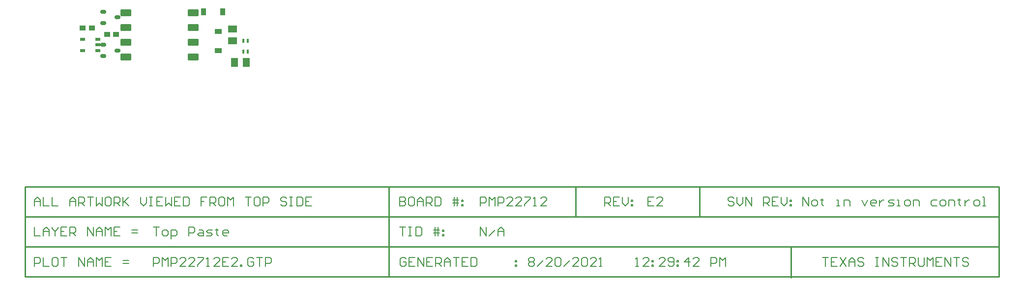
<source format=gtp>
G04*
G04 #@! TF.GenerationSoftware,Altium Limited,Altium Designer,21.6.1 (37)*
G04*
G04 Layer_Color=8421504*
%FSAX44Y44*%
%MOMM*%
G71*
G04*
G04 #@! TF.SameCoordinates,618BDD94-0BF2-4233-98CF-319708F98917*
G04*
G04*
G04 #@! TF.FilePolarity,Positive*
G04*
G01*
G75*
%ADD15C,0.2032*%
%ADD17C,0.2540*%
G04:AMPARAMS|DCode=18|XSize=0.75mm|YSize=0.4mm|CornerRadius=0.05mm|HoleSize=0mm|Usage=FLASHONLY|Rotation=270.000|XOffset=0mm|YOffset=0mm|HoleType=Round|Shape=RoundedRectangle|*
%AMROUNDEDRECTD18*
21,1,0.7500,0.3000,0,0,270.0*
21,1,0.6500,0.4000,0,0,270.0*
1,1,0.1000,-0.1500,-0.3250*
1,1,0.1000,-0.1500,0.3250*
1,1,0.1000,0.1500,0.3250*
1,1,0.1000,0.1500,-0.3250*
%
%ADD18ROUNDEDRECTD18*%
%ADD19R,1.2700X1.6002*%
%ADD20R,1.6002X1.2700*%
G04:AMPARAMS|DCode=21|XSize=0.9144mm|YSize=1.2192mm|CornerRadius=0.0503mm|HoleSize=0mm|Usage=FLASHONLY|Rotation=180.000|XOffset=0mm|YOffset=0mm|HoleType=Round|Shape=RoundedRectangle|*
%AMROUNDEDRECTD21*
21,1,0.9144,1.1186,0,0,180.0*
21,1,0.8138,1.2192,0,0,180.0*
1,1,0.1006,-0.4069,0.5593*
1,1,0.1006,0.4069,0.5593*
1,1,0.1006,0.4069,-0.5593*
1,1,0.1006,-0.4069,-0.5593*
%
%ADD21ROUNDEDRECTD21*%
G04:AMPARAMS|DCode=22|XSize=0.9144mm|YSize=1.2192mm|CornerRadius=0.0503mm|HoleSize=0mm|Usage=FLASHONLY|Rotation=270.000|XOffset=0mm|YOffset=0mm|HoleType=Round|Shape=RoundedRectangle|*
%AMROUNDEDRECTD22*
21,1,0.9144,1.1186,0,0,270.0*
21,1,0.8138,1.2192,0,0,270.0*
1,1,0.1006,-0.5593,-0.4069*
1,1,0.1006,-0.5593,0.4069*
1,1,0.1006,0.5593,0.4069*
1,1,0.1006,0.5593,-0.4069*
%
%ADD22ROUNDEDRECTD22*%
G04:AMPARAMS|DCode=23|XSize=1.82mm|YSize=1.12mm|CornerRadius=0.0504mm|HoleSize=0mm|Usage=FLASHONLY|Rotation=0.000|XOffset=0mm|YOffset=0mm|HoleType=Round|Shape=RoundedRectangle|*
%AMROUNDEDRECTD23*
21,1,1.8200,1.0192,0,0,0.0*
21,1,1.7192,1.1200,0,0,0.0*
1,1,0.1008,0.8596,-0.5096*
1,1,0.1008,-0.8596,-0.5096*
1,1,0.1008,-0.8596,0.5096*
1,1,0.1008,0.8596,0.5096*
%
%ADD23ROUNDEDRECTD23*%
G04:AMPARAMS|DCode=24|XSize=0.55mm|YSize=0.8mm|CornerRadius=0.0495mm|HoleSize=0mm|Usage=FLASHONLY|Rotation=270.000|XOffset=0mm|YOffset=0mm|HoleType=Round|Shape=RoundedRectangle|*
%AMROUNDEDRECTD24*
21,1,0.5500,0.7010,0,0,270.0*
21,1,0.4510,0.8000,0,0,270.0*
1,1,0.0990,-0.3505,-0.2255*
1,1,0.0990,-0.3505,0.2255*
1,1,0.0990,0.3505,0.2255*
1,1,0.0990,0.3505,-0.2255*
%
%ADD24ROUNDEDRECTD24*%
G04:AMPARAMS|DCode=25|XSize=0.6mm|YSize=1mm|CornerRadius=0.15mm|HoleSize=0mm|Usage=FLASHONLY|Rotation=90.000|XOffset=0mm|YOffset=0mm|HoleType=Round|Shape=RoundedRectangle|*
%AMROUNDEDRECTD25*
21,1,0.6000,0.7000,0,0,90.0*
21,1,0.3000,1.0000,0,0,90.0*
1,1,0.3000,0.3500,0.1500*
1,1,0.3000,0.3500,-0.1500*
1,1,0.3000,-0.3500,-0.1500*
1,1,0.3000,-0.3500,0.1500*
%
%ADD25ROUNDEDRECTD25*%
%ADD26R,1.0000X0.9500*%
G54D15*
X00322326Y00186814D02*
X00332483D01*
X00327404D01*
Y00171579D01*
X00340100D02*
X00345179D01*
X00347718Y00174118D01*
Y00179196D01*
X00345179Y00181735D01*
X00340100D01*
X00337561Y00179196D01*
Y00174118D01*
X00340100Y00171579D01*
X00352796Y00166500D02*
Y00181735D01*
X00360414D01*
X00362953Y00179196D01*
Y00174118D01*
X00360414Y00171579D01*
X00352796D01*
X00383266D02*
Y00186814D01*
X00390884D01*
X00393423Y00184275D01*
Y00179196D01*
X00390884Y00176657D01*
X00383266D01*
X00401040Y00181735D02*
X00406119D01*
X00408658Y00179196D01*
Y00171579D01*
X00401040D01*
X00398501Y00174118D01*
X00401040Y00176657D01*
X00408658D01*
X00413736Y00171579D02*
X00421354D01*
X00423893Y00174118D01*
X00421354Y00176657D01*
X00416276D01*
X00413736Y00179196D01*
X00416276Y00181735D01*
X00423893D01*
X00431511Y00184275D02*
Y00181735D01*
X00428971D01*
X00434050D01*
X00431511D01*
Y00174118D01*
X00434050Y00171579D01*
X00449285D02*
X00444207D01*
X00441667Y00174118D01*
Y00179196D01*
X00444207Y00181735D01*
X00449285D01*
X00451824Y00179196D01*
Y00176657D01*
X00441667D01*
X01441196Y00223097D02*
Y00238332D01*
X01451353Y00223097D01*
Y00238332D01*
X01458970Y00223097D02*
X01464049D01*
X01466588Y00225636D01*
Y00230714D01*
X01464049Y00233253D01*
X01458970D01*
X01456431Y00230714D01*
Y00225636D01*
X01458970Y00223097D01*
X01474205Y00235793D02*
Y00233253D01*
X01471666D01*
X01476745D01*
X01474205D01*
Y00225636D01*
X01476745Y00223097D01*
X01499597D02*
X01504675D01*
X01502136D01*
Y00233253D01*
X01499597D01*
X01512293Y00223097D02*
Y00233253D01*
X01519910D01*
X01522450Y00230714D01*
Y00223097D01*
X01542763Y00233253D02*
X01547841Y00223097D01*
X01552920Y00233253D01*
X01565616Y00223097D02*
X01560537D01*
X01557998Y00225636D01*
Y00230714D01*
X01560537Y00233253D01*
X01565616D01*
X01568155Y00230714D01*
Y00228175D01*
X01557998D01*
X01573233Y00233253D02*
Y00223097D01*
Y00228175D01*
X01575773Y00230714D01*
X01578312Y00233253D01*
X01580851D01*
X01588468Y00223097D02*
X01596086D01*
X01598625Y00225636D01*
X01596086Y00228175D01*
X01591008D01*
X01588468Y00230714D01*
X01591008Y00233253D01*
X01598625D01*
X01603703Y00223097D02*
X01608782D01*
X01606243D01*
Y00233253D01*
X01603703D01*
X01618938Y00223097D02*
X01624017D01*
X01626556Y00225636D01*
Y00230714D01*
X01624017Y00233253D01*
X01618938D01*
X01616399Y00230714D01*
Y00225636D01*
X01618938Y00223097D01*
X01631634D02*
Y00233253D01*
X01639252D01*
X01641791Y00230714D01*
Y00223097D01*
X01672261Y00233253D02*
X01664644D01*
X01662104Y00230714D01*
Y00225636D01*
X01664644Y00223097D01*
X01672261D01*
X01679879D02*
X01684957D01*
X01687496Y00225636D01*
Y00230714D01*
X01684957Y00233253D01*
X01679879D01*
X01677340Y00230714D01*
Y00225636D01*
X01679879Y00223097D01*
X01692575D02*
Y00233253D01*
X01700192D01*
X01702731Y00230714D01*
Y00223097D01*
X01710349Y00235793D02*
Y00233253D01*
X01707810D01*
X01712888D01*
X01710349D01*
Y00225636D01*
X01712888Y00223097D01*
X01720506Y00233253D02*
Y00223097D01*
Y00228175D01*
X01723045Y00230714D01*
X01725584Y00233253D01*
X01728123D01*
X01738280Y00223097D02*
X01743358D01*
X01745897Y00225636D01*
Y00230714D01*
X01743358Y00233253D01*
X01738280D01*
X01735741Y00230714D01*
Y00225636D01*
X01738280Y00223097D01*
X01750976D02*
X01756054D01*
X01753515D01*
Y00238332D01*
X01750976D01*
X01322829Y00235793D02*
X01320289Y00238332D01*
X01315211D01*
X01312672Y00235793D01*
Y00233253D01*
X01315211Y00230714D01*
X01320289D01*
X01322829Y00228175D01*
Y00225636D01*
X01320289Y00223097D01*
X01315211D01*
X01312672Y00225636D01*
X01327907Y00238332D02*
Y00228175D01*
X01332985Y00223097D01*
X01338064Y00228175D01*
Y00238332D01*
X01343142Y00223097D02*
Y00238332D01*
X01353299Y00223097D01*
Y00238332D01*
X01373612Y00223097D02*
Y00238332D01*
X01381230D01*
X01383769Y00235793D01*
Y00230714D01*
X01381230Y00228175D01*
X01373612D01*
X01378691D02*
X01383769Y00223097D01*
X01399004Y00238332D02*
X01388847D01*
Y00223097D01*
X01399004D01*
X01388847Y00230714D02*
X01393926D01*
X01404082Y00238332D02*
Y00228175D01*
X01409161Y00223097D01*
X01414239Y00228175D01*
Y00238332D01*
X01419317Y00233253D02*
X01421857D01*
Y00230714D01*
X01419317D01*
Y00233253D01*
Y00225636D02*
X01421857D01*
Y00223097D01*
X01419317D01*
Y00225636D01*
X01099820Y00223097D02*
Y00238332D01*
X01107438D01*
X01109977Y00235793D01*
Y00230714D01*
X01107438Y00228175D01*
X01099820D01*
X01104898D02*
X01109977Y00223097D01*
X01125212Y00238332D02*
X01115055D01*
Y00223097D01*
X01125212D01*
X01115055Y00230714D02*
X01120133D01*
X01130290Y00238332D02*
Y00228175D01*
X01135368Y00223097D01*
X01140447Y00228175D01*
Y00238332D01*
X01145525Y00233253D02*
X01148064D01*
Y00230714D01*
X01145525D01*
Y00233253D01*
Y00225636D02*
X01148064D01*
Y00223097D01*
X01145525D01*
Y00225636D01*
X00322326Y00119295D02*
Y00134530D01*
X00329944D01*
X00332483Y00131991D01*
Y00126912D01*
X00329944Y00124373D01*
X00322326D01*
X00337561Y00119295D02*
Y00134530D01*
X00342639Y00129452D01*
X00347718Y00134530D01*
Y00119295D01*
X00352796D02*
Y00134530D01*
X00360414D01*
X00362953Y00131991D01*
Y00126912D01*
X00360414Y00124373D01*
X00352796D01*
X00378188Y00119295D02*
X00368031D01*
X00378188Y00129452D01*
Y00131991D01*
X00375649Y00134530D01*
X00370570D01*
X00368031Y00131991D01*
X00393423Y00119295D02*
X00383266D01*
X00393423Y00129452D01*
Y00131991D01*
X00390884Y00134530D01*
X00385806D01*
X00383266Y00131991D01*
X00398501Y00134530D02*
X00408658D01*
Y00131991D01*
X00398501Y00121834D01*
Y00119295D01*
X00413736D02*
X00418815D01*
X00416276D01*
Y00134530D01*
X00413736Y00131991D01*
X00436589Y00119295D02*
X00426432D01*
X00436589Y00129452D01*
Y00131991D01*
X00434050Y00134530D01*
X00428971D01*
X00426432Y00131991D01*
X00451824Y00134530D02*
X00441667D01*
Y00119295D01*
X00451824D01*
X00441667Y00126912D02*
X00446746D01*
X00467059Y00119295D02*
X00456903D01*
X00467059Y00129452D01*
Y00131991D01*
X00464520Y00134530D01*
X00459442D01*
X00456903Y00131991D01*
X00472137Y00119295D02*
Y00121834D01*
X00474677D01*
Y00119295D01*
X00472137D01*
X00494990Y00131991D02*
X00492451Y00134530D01*
X00487373D01*
X00484833Y00131991D01*
Y00121834D01*
X00487373Y00119295D01*
X00492451D01*
X00494990Y00121834D01*
Y00126912D01*
X00489912D01*
X00500069Y00134530D02*
X00510225D01*
X00505147D01*
Y00119295D01*
X00515304D02*
Y00134530D01*
X00522921D01*
X00525460Y00131991D01*
Y00126912D01*
X00522921Y00124373D01*
X00515304D01*
X00968121Y00131991D02*
X00970660Y00134530D01*
X00975739D01*
X00978278Y00131991D01*
Y00129452D01*
X00975739Y00126912D01*
X00978278Y00124373D01*
Y00121834D01*
X00975739Y00119295D01*
X00970660D01*
X00968121Y00121834D01*
Y00124373D01*
X00970660Y00126912D01*
X00968121Y00129452D01*
Y00131991D01*
X00970660Y00126912D02*
X00975739D01*
X00983356Y00119295D02*
X00993513Y00129452D01*
X01008748Y00119295D02*
X00998591D01*
X01008748Y00129452D01*
Y00131991D01*
X01006209Y00134530D01*
X01001130D01*
X00998591Y00131991D01*
X01013826D02*
X01016365Y00134530D01*
X01021444D01*
X01023983Y00131991D01*
Y00121834D01*
X01021444Y00119295D01*
X01016365D01*
X01013826Y00121834D01*
Y00131991D01*
X01029061Y00119295D02*
X01039218Y00129452D01*
X01054453Y00119295D02*
X01044296D01*
X01054453Y00129452D01*
Y00131991D01*
X01051914Y00134530D01*
X01046835D01*
X01044296Y00131991D01*
X01059531D02*
X01062071Y00134530D01*
X01067149D01*
X01069688Y00131991D01*
Y00121834D01*
X01067149Y00119295D01*
X01062071D01*
X01059531Y00121834D01*
Y00131991D01*
X01084923Y00119295D02*
X01074766D01*
X01084923Y00129452D01*
Y00131991D01*
X01082384Y00134530D01*
X01077306D01*
X01074766Y00131991D01*
X01090002Y00119295D02*
X01095080D01*
X01092541D01*
Y00134530D01*
X01090002Y00131991D01*
X00757425D02*
X00754885Y00134530D01*
X00749807D01*
X00747268Y00131991D01*
Y00121834D01*
X00749807Y00119295D01*
X00754885D01*
X00757425Y00121834D01*
Y00126912D01*
X00752346D01*
X00772660Y00134530D02*
X00762503D01*
Y00119295D01*
X00772660D01*
X00762503Y00126912D02*
X00767581D01*
X00777738Y00119295D02*
Y00134530D01*
X00787895Y00119295D01*
Y00134530D01*
X00803130D02*
X00792973D01*
Y00119295D01*
X00803130D01*
X00792973Y00126912D02*
X00798052D01*
X00808208Y00119295D02*
Y00134530D01*
X00815826D01*
X00818365Y00131991D01*
Y00126912D01*
X00815826Y00124373D01*
X00808208D01*
X00813287D02*
X00818365Y00119295D01*
X00823443D02*
Y00129452D01*
X00828522Y00134530D01*
X00833600Y00129452D01*
Y00119295D01*
Y00126912D01*
X00823443D01*
X00838678Y00134530D02*
X00848835D01*
X00843757D01*
Y00119295D01*
X00864070Y00134530D02*
X00853913D01*
Y00119295D01*
X00864070D01*
X00853913Y00126912D02*
X00858992D01*
X00869149Y00134530D02*
Y00119295D01*
X00876766D01*
X00879305Y00121834D01*
Y00131991D01*
X00876766Y00134530D01*
X00869149D01*
X00945324Y00129452D02*
X00947863D01*
Y00126912D01*
X00945324D01*
Y00129452D01*
Y00121834D02*
X00947863D01*
Y00119295D01*
X00945324D01*
Y00121834D01*
X00117729Y00223097D02*
Y00233253D01*
X00122807Y00238332D01*
X00127886Y00233253D01*
Y00223097D01*
Y00230714D01*
X00117729D01*
X00132964Y00238332D02*
Y00223097D01*
X00143121D01*
X00148199Y00238332D02*
Y00223097D01*
X00158356D01*
X00178669D02*
Y00233253D01*
X00183748Y00238332D01*
X00188826Y00233253D01*
Y00223097D01*
Y00230714D01*
X00178669D01*
X00193904Y00223097D02*
Y00238332D01*
X00201522D01*
X00204061Y00235793D01*
Y00230714D01*
X00201522Y00228175D01*
X00193904D01*
X00198983D02*
X00204061Y00223097D01*
X00209139Y00238332D02*
X00219296D01*
X00214218D01*
Y00223097D01*
X00224375Y00238332D02*
Y00223097D01*
X00229453Y00228175D01*
X00234531Y00223097D01*
Y00238332D01*
X00247227D02*
X00242149D01*
X00239610Y00235793D01*
Y00225636D01*
X00242149Y00223097D01*
X00247227D01*
X00249766Y00225636D01*
Y00235793D01*
X00247227Y00238332D01*
X00254845Y00223097D02*
Y00238332D01*
X00262462D01*
X00265001Y00235793D01*
Y00230714D01*
X00262462Y00228175D01*
X00254845D01*
X00259923D02*
X00265001Y00223097D01*
X00270080Y00238332D02*
Y00223097D01*
Y00228175D01*
X00280236Y00238332D01*
X00272619Y00230714D01*
X00280236Y00223097D01*
X00300550Y00238332D02*
Y00228175D01*
X00305628Y00223097D01*
X00310707Y00228175D01*
Y00238332D01*
X00315785D02*
X00320863D01*
X00318324D01*
Y00223097D01*
X00315785D01*
X00320863D01*
X00338638Y00238332D02*
X00328481D01*
Y00223097D01*
X00338638D01*
X00328481Y00230714D02*
X00333559D01*
X00343716Y00238332D02*
Y00223097D01*
X00348794Y00228175D01*
X00353873Y00223097D01*
Y00238332D01*
X00369108D02*
X00358951D01*
Y00223097D01*
X00369108D01*
X00358951Y00230714D02*
X00364029D01*
X00374186Y00238332D02*
Y00223097D01*
X00381804D01*
X00384343Y00225636D01*
Y00235793D01*
X00381804Y00238332D01*
X00374186D01*
X00414813D02*
X00404656D01*
Y00230714D01*
X00409734D01*
X00404656D01*
Y00223097D01*
X00419891D02*
Y00238332D01*
X00427509D01*
X00430048Y00235793D01*
Y00230714D01*
X00427509Y00228175D01*
X00419891D01*
X00424970D02*
X00430048Y00223097D01*
X00442744Y00238332D02*
X00437665D01*
X00435126Y00235793D01*
Y00225636D01*
X00437665Y00223097D01*
X00442744D01*
X00445283Y00225636D01*
Y00235793D01*
X00442744Y00238332D01*
X00450361Y00223097D02*
Y00238332D01*
X00455440Y00233253D01*
X00460518Y00238332D01*
Y00223097D01*
X00480832Y00238332D02*
X00490988D01*
X00485910D01*
Y00223097D01*
X00503684Y00238332D02*
X00498606D01*
X00496067Y00235793D01*
Y00225636D01*
X00498606Y00223097D01*
X00503684D01*
X00506223Y00225636D01*
Y00235793D01*
X00503684Y00238332D01*
X00511302Y00223097D02*
Y00238332D01*
X00518919D01*
X00521458Y00235793D01*
Y00230714D01*
X00518919Y00228175D01*
X00511302D01*
X00551929Y00235793D02*
X00549389Y00238332D01*
X00544311D01*
X00541772Y00235793D01*
Y00233253D01*
X00544311Y00230714D01*
X00549389D01*
X00551929Y00228175D01*
Y00225636D01*
X00549389Y00223097D01*
X00544311D01*
X00541772Y00225636D01*
X00557007Y00238332D02*
X00562085D01*
X00559546D01*
Y00223097D01*
X00557007D01*
X00562085D01*
X00569703Y00238332D02*
Y00223097D01*
X00577320D01*
X00579860Y00225636D01*
Y00235793D01*
X00577320Y00238332D01*
X00569703D01*
X00595095D02*
X00584938D01*
Y00223097D01*
X00595095D01*
X00584938Y00230714D02*
X00590016D01*
X01184018Y00238332D02*
X01173861D01*
Y00223097D01*
X01184018D01*
X01173861Y00230714D02*
X01178939D01*
X01199253Y00223097D02*
X01189096D01*
X01199253Y00233253D01*
Y00235793D01*
X01196714Y00238332D01*
X01191635D01*
X01189096Y00235793D01*
X00885317Y00223097D02*
Y00238332D01*
X00892934D01*
X00895474Y00235793D01*
Y00230714D01*
X00892934Y00228175D01*
X00885317D01*
X00900552Y00223097D02*
Y00238332D01*
X00905630Y00233253D01*
X00910709Y00238332D01*
Y00223097D01*
X00915787D02*
Y00238332D01*
X00923405D01*
X00925944Y00235793D01*
Y00230714D01*
X00923405Y00228175D01*
X00915787D01*
X00941179Y00223097D02*
X00931022D01*
X00941179Y00233253D01*
Y00235793D01*
X00938640Y00238332D01*
X00933561D01*
X00931022Y00235793D01*
X00956414Y00223097D02*
X00946257D01*
X00956414Y00233253D01*
Y00235793D01*
X00953875Y00238332D01*
X00948796D01*
X00946257Y00235793D01*
X00961492Y00238332D02*
X00971649D01*
Y00235793D01*
X00961492Y00225636D01*
Y00223097D01*
X00976727D02*
X00981806D01*
X00979267D01*
Y00238332D01*
X00976727Y00235793D01*
X00999580Y00223097D02*
X00989423D01*
X00999580Y00233253D01*
Y00235793D01*
X00997041Y00238332D01*
X00991963D01*
X00989423Y00235793D01*
X00746760Y00238332D02*
Y00223097D01*
X00754378D01*
X00756917Y00225636D01*
Y00228175D01*
X00754378Y00230714D01*
X00746760D01*
X00754378D01*
X00756917Y00233253D01*
Y00235793D01*
X00754378Y00238332D01*
X00746760D01*
X00769613D02*
X00764534D01*
X00761995Y00235793D01*
Y00225636D01*
X00764534Y00223097D01*
X00769613D01*
X00772152Y00225636D01*
Y00235793D01*
X00769613Y00238332D01*
X00777230Y00223097D02*
Y00233253D01*
X00782309Y00238332D01*
X00787387Y00233253D01*
Y00223097D01*
Y00230714D01*
X00777230D01*
X00792465Y00223097D02*
Y00238332D01*
X00800083D01*
X00802622Y00235793D01*
Y00230714D01*
X00800083Y00228175D01*
X00792465D01*
X00797544D02*
X00802622Y00223097D01*
X00807700Y00238332D02*
Y00223097D01*
X00815318D01*
X00817857Y00225636D01*
Y00235793D01*
X00815318Y00238332D01*
X00807700D01*
X00840710Y00223097D02*
Y00238332D01*
X00845788D02*
Y00223097D01*
X00838170Y00233253D02*
X00845788D01*
X00848327D01*
X00838170Y00228175D02*
X00848327D01*
X00853406Y00233253D02*
X00855945D01*
Y00230714D01*
X00853406D01*
Y00233253D01*
Y00225636D02*
X00855945D01*
Y00223097D01*
X00853406D01*
Y00225636D01*
X00117729Y00186814D02*
Y00171579D01*
X00127886D01*
X00132964D02*
Y00181735D01*
X00138042Y00186814D01*
X00143121Y00181735D01*
Y00171579D01*
Y00179196D01*
X00132964D01*
X00148199Y00186814D02*
Y00184275D01*
X00153278Y00179196D01*
X00158356Y00184275D01*
Y00186814D01*
X00153278Y00179196D02*
Y00171579D01*
X00173591Y00186814D02*
X00163434D01*
Y00171579D01*
X00173591D01*
X00163434Y00179196D02*
X00168513D01*
X00178669Y00171579D02*
Y00186814D01*
X00186287D01*
X00188826Y00184275D01*
Y00179196D01*
X00186287Y00176657D01*
X00178669D01*
X00183748D02*
X00188826Y00171579D01*
X00209139D02*
Y00186814D01*
X00219296Y00171579D01*
Y00186814D01*
X00224375Y00171579D02*
Y00181735D01*
X00229453Y00186814D01*
X00234531Y00181735D01*
Y00171579D01*
Y00179196D01*
X00224375D01*
X00239610Y00171579D02*
Y00186814D01*
X00244688Y00181735D01*
X00249766Y00186814D01*
Y00171579D01*
X00265001Y00186814D02*
X00254845D01*
Y00171579D01*
X00265001D01*
X00254845Y00179196D02*
X00259923D01*
X00285315Y00176657D02*
X00295471D01*
X00285315Y00181735D02*
X00295471D01*
X00117729Y00119295D02*
Y00134530D01*
X00125346D01*
X00127886Y00131991D01*
Y00126912D01*
X00125346Y00124373D01*
X00117729D01*
X00132964Y00134530D02*
Y00119295D01*
X00143121D01*
X00155817Y00134530D02*
X00150738D01*
X00148199Y00131991D01*
Y00121834D01*
X00150738Y00119295D01*
X00155817D01*
X00158356Y00121834D01*
Y00131991D01*
X00155817Y00134530D01*
X00163434D02*
X00173591D01*
X00168513D01*
Y00119295D01*
X00193904D02*
Y00134530D01*
X00204061Y00119295D01*
Y00134530D01*
X00209139Y00119295D02*
Y00129452D01*
X00214218Y00134530D01*
X00219296Y00129452D01*
Y00119295D01*
Y00126912D01*
X00209139D01*
X00224375Y00119295D02*
Y00134530D01*
X00229453Y00129452D01*
X00234531Y00134530D01*
Y00119295D01*
X00249766Y00134530D02*
X00239610D01*
Y00119295D01*
X00249766D01*
X00239610Y00126912D02*
X00244688D01*
X00270080Y00124373D02*
X00280236D01*
X00270080Y00129452D02*
X00280236D01*
X01153287Y00119295D02*
X01158365D01*
X01155826D01*
Y00134530D01*
X01153287Y00131991D01*
X01176140Y00119295D02*
X01165983D01*
X01176140Y00129452D01*
Y00131991D01*
X01173600Y00134530D01*
X01168522D01*
X01165983Y00131991D01*
X01181218Y00129452D02*
X01183757D01*
Y00126912D01*
X01181218D01*
Y00129452D01*
Y00121834D02*
X01183757D01*
Y00119295D01*
X01181218D01*
Y00121834D01*
X01204071Y00119295D02*
X01193914D01*
X01204071Y00129452D01*
Y00131991D01*
X01201531Y00134530D01*
X01196453D01*
X01193914Y00131991D01*
X01209149Y00121834D02*
X01211688Y00119295D01*
X01216767D01*
X01219306Y00121834D01*
Y00131991D01*
X01216767Y00134530D01*
X01211688D01*
X01209149Y00131991D01*
Y00129452D01*
X01211688Y00126912D01*
X01219306D01*
X01224384Y00129452D02*
X01226923D01*
Y00126912D01*
X01224384D01*
Y00129452D01*
Y00121834D02*
X01226923D01*
Y00119295D01*
X01224384D01*
Y00121834D01*
X01244697Y00119295D02*
Y00134530D01*
X01237080Y00126912D01*
X01247237D01*
X01262472Y00119295D02*
X01252315D01*
X01262472Y00129452D01*
Y00131991D01*
X01259932Y00134530D01*
X01254854D01*
X01252315Y00131991D01*
X01282785Y00119295D02*
Y00134530D01*
X01290403D01*
X01292942Y00131991D01*
Y00126912D01*
X01290403Y00124373D01*
X01282785D01*
X01298020Y00119295D02*
Y00134530D01*
X01303098Y00129452D01*
X01308177Y00134530D01*
Y00119295D01*
X01474470Y00134530D02*
X01484627D01*
X01479548D01*
Y00119295D01*
X01499862Y00134530D02*
X01489705D01*
Y00119295D01*
X01499862D01*
X01489705Y00126912D02*
X01494783D01*
X01504940Y00134530D02*
X01515097Y00119295D01*
Y00134530D02*
X01504940Y00119295D01*
X01520175D02*
Y00129452D01*
X01525254Y00134530D01*
X01530332Y00129452D01*
Y00119295D01*
Y00126912D01*
X01520175D01*
X01545567Y00131991D02*
X01543028Y00134530D01*
X01537950D01*
X01535410Y00131991D01*
Y00129452D01*
X01537950Y00126912D01*
X01543028D01*
X01545567Y00124373D01*
Y00121834D01*
X01543028Y00119295D01*
X01537950D01*
X01535410Y00121834D01*
X01565880Y00134530D02*
X01570959D01*
X01568420D01*
Y00119295D01*
X01565880D01*
X01570959D01*
X01578576D02*
Y00134530D01*
X01588733Y00119295D01*
Y00134530D01*
X01603968Y00131991D02*
X01601429Y00134530D01*
X01596351D01*
X01593811Y00131991D01*
Y00129452D01*
X01596351Y00126912D01*
X01601429D01*
X01603968Y00124373D01*
Y00121834D01*
X01601429Y00119295D01*
X01596351D01*
X01593811Y00121834D01*
X01609046Y00134530D02*
X01619203D01*
X01614125D01*
Y00119295D01*
X01624281D02*
Y00134530D01*
X01631899D01*
X01634438Y00131991D01*
Y00126912D01*
X01631899Y00124373D01*
X01624281D01*
X01629360D02*
X01634438Y00119295D01*
X01639517Y00134530D02*
Y00121834D01*
X01642056Y00119295D01*
X01647134D01*
X01649673Y00121834D01*
Y00134530D01*
X01654752Y00119295D02*
Y00134530D01*
X01659830Y00129452D01*
X01664908Y00134530D01*
Y00119295D01*
X01680143Y00134530D02*
X01669987D01*
Y00119295D01*
X01680143D01*
X01669987Y00126912D02*
X01675065D01*
X01685222Y00119295D02*
Y00134530D01*
X01695379Y00119295D01*
Y00134530D01*
X01700457D02*
X01710614D01*
X01705535D01*
Y00119295D01*
X01725849Y00131991D02*
X01723309Y00134530D01*
X01718231D01*
X01715692Y00131991D01*
Y00129452D01*
X01718231Y00126912D01*
X01723309D01*
X01725849Y00124373D01*
Y00121834D01*
X01723309Y00119295D01*
X01718231D01*
X01715692Y00121834D01*
X00746760Y00186685D02*
X00756917D01*
X00751838D01*
Y00171450D01*
X00761995Y00186685D02*
X00767073D01*
X00764534D01*
Y00171450D01*
X00761995D01*
X00767073D01*
X00774691Y00186685D02*
Y00171450D01*
X00782309D01*
X00784848Y00173989D01*
Y00184146D01*
X00782309Y00186685D01*
X00774691D01*
X00807700Y00171450D02*
Y00186685D01*
X00812779D02*
Y00171450D01*
X00805161Y00181607D02*
X00812779D01*
X00815318D01*
X00805161Y00176528D02*
X00815318D01*
X00820396Y00181607D02*
X00822935D01*
Y00179067D01*
X00820396D01*
Y00181607D01*
Y00173989D02*
X00822935D01*
Y00171450D01*
X00820396D01*
Y00173989D01*
X00885317Y00171450D02*
Y00186685D01*
X00895474Y00171450D01*
Y00186685D01*
X00900552Y00171450D02*
X00910709Y00181607D01*
X00915787Y00171450D02*
Y00181607D01*
X00920865Y00186685D01*
X00925944Y00181607D01*
Y00171450D01*
Y00179067D01*
X00915787D01*
G54D17*
X01262888Y00205020D02*
Y00256667D01*
X01049528Y00205020D02*
Y00256667D01*
X00101600Y00205020D02*
X01778508D01*
X00101600Y00153374D02*
X01778000D01*
X00101600Y00101727D02*
X01118870D01*
X00101727Y00256667D02*
X01778508D01*
X00101727Y00101727D02*
Y00256667D01*
Y00101727D02*
X00501904D01*
X00101600D02*
Y00256667D01*
X00727710Y00101727D02*
Y00256667D01*
X01778508Y00101727D02*
Y00256667D01*
X01118870Y00101727D02*
X01778508D01*
X01420876Y00100076D02*
Y00151596D01*
G54D18*
X00485268Y00507649D02*
D03*
Y00489149D02*
D03*
X00477268Y00507649D02*
D03*
Y00489149D02*
D03*
G54D19*
X00462584Y00470267D02*
D03*
X00482904D02*
D03*
G54D20*
X00458393Y00508043D02*
D03*
Y00528363D02*
D03*
G54D21*
X00441479Y00557986D02*
D03*
X00408713D02*
D03*
G54D22*
X00434367Y00523869D02*
D03*
Y00491103D02*
D03*
G54D23*
X00391468Y00555928D02*
D03*
Y00530528D02*
D03*
Y00505128D02*
D03*
Y00479728D02*
D03*
X00275068D02*
D03*
Y00505128D02*
D03*
Y00530528D02*
D03*
Y00555928D02*
D03*
G54D24*
X00200941Y00491294D02*
D03*
Y00510294D02*
D03*
X00226441D02*
D03*
Y00500794D02*
D03*
Y00491294D02*
D03*
G54D25*
X00236518Y00500794D02*
D03*
Y00481794D02*
D03*
X00260518Y00491294D02*
D03*
X00236518Y00557668D02*
D03*
Y00538669D02*
D03*
X00260518Y00548168D02*
D03*
G54D26*
X00242518Y00518896D02*
D03*
X00258518D02*
D03*
X00200691Y00529634D02*
D03*
X00216691D02*
D03*
M02*

</source>
